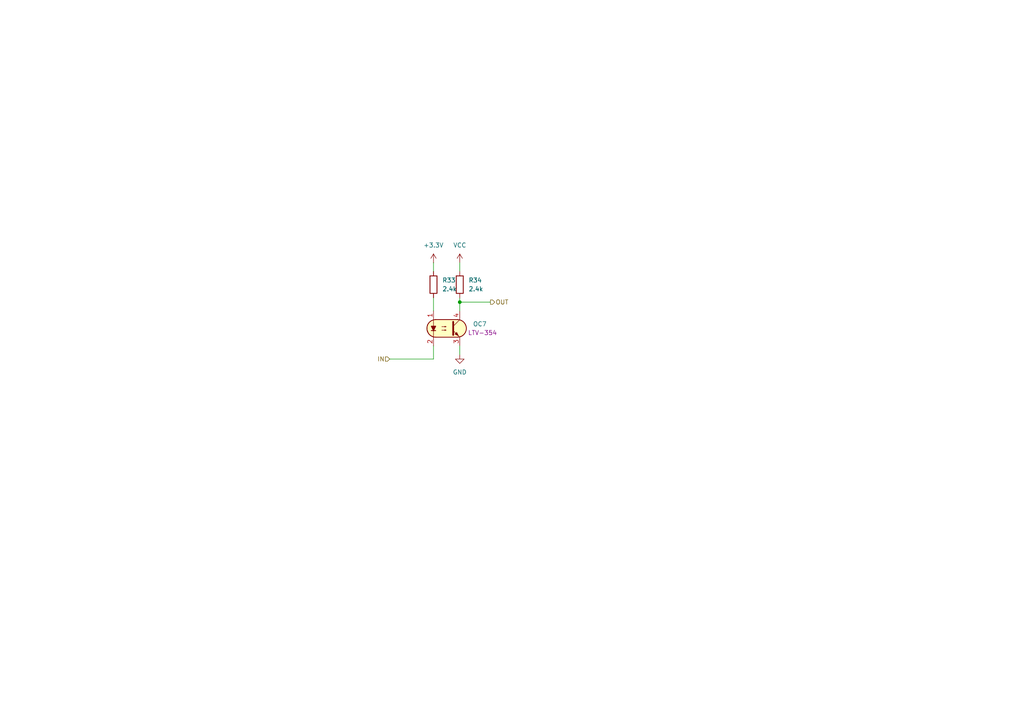
<source format=kicad_sch>
(kicad_sch (version 20250114) (generator "eeschema") (generator_version "9.0")
  (paper "A4")
  (lib_symbols
    (symbol "Optocoupler_AKL:FOD817S" (pin_names (offset 1.016))
      (property "Reference" "OC" (at 6.35 1.27 0))
      (property "Value" "FOD817S" (at 6.35 -1.27 0))
      (symbol "FOD817S_0_1"
        (polyline (pts (xy -4.445 -0.635) (xy -3.175 -0.635)) (stroke (width 0.254)))
        (polyline (pts (xy -3.81 -0.635) (xy -4.445 0.635) (xy -3.175 0.635) (xy -3.81 -0.635)) (stroke (width 0.254)) (fill (type outline)))
        (polyline (pts (xy -3.81 -2.54) (xy -3.81 -1.27) (xy -3.81 2.54)) (stroke (width 0.1524)))
        (polyline (pts (xy -3.175 2.54) (xy 3.175 2.54)) (stroke (width 0.254)))
        (arc (start -3.1975 -2.54) (mid -5.7151 0) (end -3.1975 2.54) (stroke (width 0.254)))
        (polyline (pts (xy -2.54 2.54) (xy 3.429 2.54) (xy 4.318 2.286) (xy 4.699 2.032) (xy 5.08 1.651) (xy 5.461 1.016) (xy 5.715 0.381) (xy 5.715 -0.381) (xy 5.461 -1.143) (xy 4.826 -1.905) (xy 4.191 -2.286) (xy 3.302 -2.54) (xy -3.81 -2.54) (xy -3.81 -2.54) (xy -4.572 -2.032) (xy -5.08 -1.778) (xy -5.588 -0.508) (xy -5.588 0.254) (xy -5.588 1.016) (xy -5.08 1.778) (xy -4.318 2.286) (xy -3.556 2.54) (xy -2.54 2.54)) (stroke (width 0.01)) (fill (type background)))
        (polyline (pts (xy -1.397 0.508) (xy -0.127 0.508) (xy -0.508 0.381) (xy -0.508 0.635) (xy -0.127 0.508)))
        (polyline (pts (xy -1.397 -0.508) (xy -0.127 -0.508) (xy -0.508 -0.635) (xy -0.508 -0.381) (xy -0.127 -0.508)))
        (polyline (pts (xy 1.905 1.905) (xy 1.905 -1.905) (xy 1.905 -1.905)) (stroke (width 0.508)))
        (polyline (pts (xy 1.905 0.635) (xy 3.81 2.54)))
        (polyline (pts (xy 2.413 -1.651) (xy 2.921 -1.143) (xy 3.429 -2.159) (xy 2.413 -1.651) (xy 2.413 -1.651)) (fill (type outline)))
        (arc (start 3.1975 2.54) (mid 5.7151 0) (end 3.1975 -2.54) (stroke (width 0.254)))
        (polyline (pts (xy 3.175 -2.54) (xy -3.175 -2.54)) (stroke (width 0.254)))
        (polyline (pts (xy 3.81 -2.54) (xy 1.905 -0.635)) (fill (type outline)))
      )
      (symbol "FOD817S_1_1"
        (pin passive line (at -3.81 5.08 270) (length 2.54) (name "~") (number "1"))
        (pin passive line (at -3.81 -5.08 90) (length 2.54) (name "~") (number "2"))
        (pin passive line (at 3.81 5.08 270) (length 2.54) (name "~") (number "4"))
        (pin passive line (at 3.81 -5.08 90) (length 2.54) (name "~") (number "3"))
      )
    )
    (symbol "Resistor_AKL:R_0603" (pin_numbers (hide yes)) (pin_names (offset 0))
      (property "Reference" "R" (at 2.54 1.27 0))
      (property "Value" "R_0603" (at 2.54 -1.27 0))
      (symbol "R_0603_0_1"
        (rectangle (start -1.016 2.54) (end 1.016 -2.54) (stroke (width 0.254)))
      )
      (symbol "R_0603_0_2"
        (polyline (pts (xy -2.54 -2.54) (xy -1.524 -1.524)))
        (polyline (pts (xy 1.524 1.524) (xy 2.54 2.54)))
        (polyline (pts (xy 1.524 1.524) (xy 0.889 2.159) (xy -2.159 -0.889) (xy -0.889 -2.159) (xy 2.159 0.889) (xy 1.524 1.524)) (stroke (width 0.254)))
      )
      (symbol "R_0603_1_1"
        (pin passive line (at 0 3.81 270) (length 1.27) (name "~") (number "1"))
        (pin passive line (at 0 -3.81 90) (length 1.27) (name "~") (number "2"))
      )
      (symbol "R_0603_1_2"
        (pin passive line (at -2.54 -2.54 0) (length 0) (name "") (number "2"))
        (pin passive line (at 2.54 2.54 180) (length 0) (name "") (number "1"))
      )
    )
    (symbol "power:+3.3V" (power) (pin_numbers (hide yes)) (pin_names (offset 0) (hide yes))
      (property "Value" "+3.3V" (at 0 3.556 0))
      (symbol "+3.3V_0_1"
        (polyline (pts (xy -0.762 1.27) (xy 0 2.54)))
        (polyline (pts (xy 0 2.54) (xy 0.762 1.27)))
        (polyline (pts (xy 0 0) (xy 0 2.54)))
      )
      (symbol "+3.3V_1_1"
        (pin power_in line (at 0 0 90) (length 0) (name "~") (number "1"))
      )
    )
    (symbol "power:GND" (power) (pin_numbers (hide yes)) (pin_names (offset 0) (hide yes))
      (property "Value" "GND" (at 0 -3.81 0))
      (symbol "GND_0_1"
        (polyline (pts (xy 0 0) (xy 0 -1.27) (xy 1.27 -1.27) (xy 0 -2.54) (xy -1.27 -1.27) (xy 0 -1.27)))
      )
      (symbol "GND_1_1"
        (pin power_in line (at 0 0 270) (length 0) (name "~") (number "1"))
      )
    )
    (symbol "power:VCC" (power) (pin_numbers (hide yes)) (pin_names (offset 0) (hide yes))
      (property "Value" "VCC" (at 0 3.556 0))
      (symbol "VCC_0_1"
        (polyline (pts (xy -0.762 1.27) (xy 0 2.54)))
        (polyline (pts (xy 0 2.54) (xy 0.762 1.27)))
        (polyline (pts (xy 0 0) (xy 0 2.54)))
      )
      (symbol "VCC_1_1"
        (pin power_in line (at 0 0 90) (length 0) (name "~") (number "1"))
      )
    )
  )
  (junction (at 133.35 87.63))
  (wire (pts (xy 133.35 87.63) (xy 133.35 90.17)))
  (wire (pts (xy 125.73 76.2) (xy 125.73 78.74)))
  (wire (pts (xy 133.35 86.36) (xy 133.35 87.63)))
  (wire (pts (xy 133.35 87.63) (xy 142.24 87.63)))
  (wire (pts (xy 113.03 104.14) (xy 125.73 104.14)))
  (wire (pts (xy 125.73 104.14) (xy 125.73 100.33)))
  (wire (pts (xy 133.35 76.2) (xy 133.35 78.74)))
  (wire (pts (xy 133.35 100.33) (xy 133.35 102.87)))
  (wire (pts (xy 125.73 86.36) (xy 125.73 90.17)))
  (hierarchical_label "OUT" (shape output) (at 142.24 87.63 0))
  (hierarchical_label "IN" (shape input) (at 113.03 104.14 180))
  (symbol (lib_id "Optocoupler_AKL:FOD817S") (at 129.54 95.25 0) (unit 1)
    (property "Reference" "OC7" (at 137.16 93.9799 0) (effects (justify left)))
    (property "Value" "FOD817S" (effects (hide yes)))
    (property "Footprint" "Package_DIP_AKL:SMDIP-4_W9.53mm" (effects (hide yes)))
    (property "Datasheet" "https://www.tme.eu/Document/3a0358906a5fcb3aa253d025de809a1d/FOD814300W.PDF" (effects (hide yes)))
    (property "Description" "SMDIP-4 Optocoupler, Transistor output, 5kV, 8us, Alternate KiCAD Library" (effects (hide yes)))
    (property "Part Number" "LTV-354" (at 139.954 96.52 0))
  )
  (symbol (lib_id "power:GND") (at 133.35 102.87 0) (unit 1)
    (property "Reference" "#PWR052" (effects (hide yes)))
    (property "Value" "GND" (at 133.35 107.95 0))
    (property "Description" "Power symbol creates a global label with name \"GND\" , ground" (effects (hide yes)))
  )
  (symbol (lib_id "power:+3.3V") (at 125.73 76.2 0) (unit 1)
    (property "Reference" "#PWR050" (effects (hide yes)))
    (property "Value" "+3.3V" (at 125.73 71.12 0))
    (property "Description" "Power symbol creates a global label with name \"+3.3V\"" (effects (hide yes)))
  )
  (symbol (lib_id "Resistor_AKL:R_0603") (at 125.73 82.55 180) (unit 1)
    (property "Reference" "R33" (at 128.27 81.2799 0) (effects (justify right)))
    (property "Value" "2.4k" (at 128.27 83.8199 0) (effects (justify right)))
    (property "Footprint" "Resistor_SMD_AKL:R_0603_1608Metric" (effects (hide yes)))
    (property "Description" "SMD 0603 Chip Resistor, European Symbol, Alternate KiCad Library" (effects (hide yes)))
  )
  (symbol (lib_id "Resistor_AKL:R_0603") (at 133.35 82.55 180) (unit 1)
    (property "Reference" "R34" (at 135.89 81.2799 0) (effects (justify right)))
    (property "Value" "2.4k" (at 135.89 83.8199 0) (effects (justify right)))
    (property "Footprint" "Resistor_SMD_AKL:R_0603_1608Metric" (effects (hide yes)))
    (property "Description" "SMD 0603 Chip Resistor, European Symbol, Alternate KiCad Library" (effects (hide yes)))
  )
  (symbol (lib_id "power:VCC") (at 133.35 76.2 0) (unit 1)
    (property "Reference" "#PWR051" (effects (hide yes)))
    (property "Value" "VCC" (at 133.35 71.12 0))
    (property "Description" "Power symbol creates a global label with name \"VCC\"" (effects (hide yes)))
  )
)
</source>
